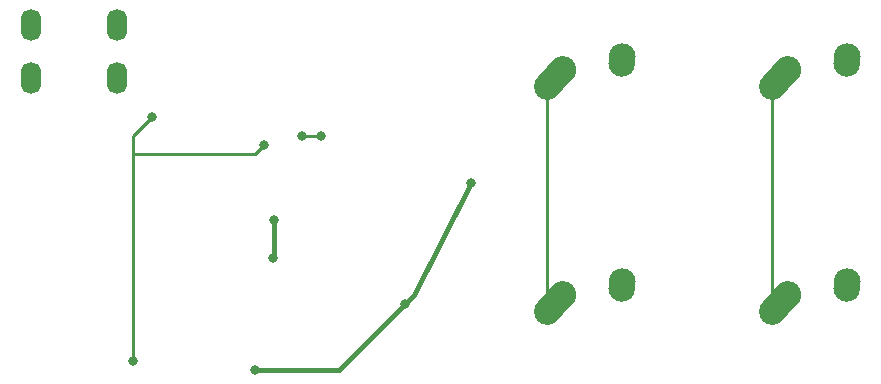
<source format=gtl>
%TF.GenerationSoftware,KiCad,Pcbnew,(6.0.5)*%
%TF.CreationDate,2022-05-13T23:52:20-07:00*%
%TF.ProjectId,keyboard-pcb-tutorial,6b657962-6f61-4726-942d-7063622d7475,rev?*%
%TF.SameCoordinates,Original*%
%TF.FileFunction,Copper,L1,Top*%
%TF.FilePolarity,Positive*%
%FSLAX46Y46*%
G04 Gerber Fmt 4.6, Leading zero omitted, Abs format (unit mm)*
G04 Created by KiCad (PCBNEW (6.0.5)) date 2022-05-13 23:52:20*
%MOMM*%
%LPD*%
G01*
G04 APERTURE LIST*
G04 Aperture macros list*
%AMHorizOval*
0 Thick line with rounded ends*
0 $1 width*
0 $2 $3 position (X,Y) of the first rounded end (center of the circle)*
0 $4 $5 position (X,Y) of the second rounded end (center of the circle)*
0 Add line between two ends*
20,1,$1,$2,$3,$4,$5,0*
0 Add two circle primitives to create the rounded ends*
1,1,$1,$2,$3*
1,1,$1,$4,$5*%
G04 Aperture macros list end*
%TA.AperFunction,ComponentPad*%
%ADD10C,2.250000*%
%TD*%
%TA.AperFunction,ComponentPad*%
%ADD11HorizOval,2.250000X0.655001X0.730000X-0.655001X-0.730000X0*%
%TD*%
%TA.AperFunction,ComponentPad*%
%ADD12HorizOval,2.250000X0.020000X0.290000X-0.020000X-0.290000X0*%
%TD*%
%TA.AperFunction,ComponentPad*%
%ADD13O,1.700000X2.700000*%
%TD*%
%TA.AperFunction,ViaPad*%
%ADD14C,0.800000*%
%TD*%
%TA.AperFunction,Conductor*%
%ADD15C,0.381000*%
%TD*%
%TA.AperFunction,Conductor*%
%ADD16C,0.254000*%
%TD*%
G04 APERTURE END LIST*
D10*
%TO.P,MX4,1,COL*%
%TO.N,COL1*%
X126881250Y-111887500D03*
D11*
X126226251Y-112617500D03*
D10*
%TO.P,MX4,2,ROW*%
%TO.N,Net-(D4-Pad2)*%
X131921250Y-110807500D03*
D12*
X131901250Y-111097500D03*
%TD*%
D11*
%TO.P,MX3,1,COL*%
%TO.N,COL1*%
X126226251Y-93567500D03*
D10*
X126881250Y-92837500D03*
%TO.P,MX3,2,ROW*%
%TO.N,Net-(D3-Pad2)*%
X131921250Y-91757500D03*
D12*
X131901250Y-92047500D03*
%TD*%
D10*
%TO.P,MX1,1,COL*%
%TO.N,COL0*%
X107831250Y-92837500D03*
D11*
X107176251Y-93567500D03*
D12*
%TO.P,MX1,2,ROW*%
%TO.N,Net-(D1-Pad2)*%
X112851250Y-92047500D03*
D10*
X112871250Y-91757500D03*
%TD*%
%TO.P,MX2,1,COL*%
%TO.N,COL0*%
X107831250Y-111887500D03*
D11*
X107176251Y-112617500D03*
D10*
%TO.P,MX2,2,ROW*%
%TO.N,Net-(D2-Pad2)*%
X112871250Y-110807500D03*
D12*
X112851250Y-111097500D03*
%TD*%
D13*
%TO.P,USB1,6,SHIELD*%
%TO.N,unconnected-(USB1-Pad6)*%
X62802750Y-89027000D03*
X70102750Y-93527000D03*
X70102750Y-89027000D03*
X62802750Y-93527000D03*
%TD*%
D14*
%TO.N,+5V*%
X81756250Y-118268750D03*
X83322500Y-108743750D03*
X100012500Y-102393750D03*
X83343750Y-105568750D03*
X94456250Y-112712500D03*
%TO.N,Net-(C2-Pad2)*%
X85725000Y-98425000D03*
X87312500Y-98425000D03*
%TO.N,Net-(R3-Pad2)*%
X71437500Y-117475000D03*
X82550000Y-99218750D03*
X73025000Y-96837500D03*
%TD*%
D15*
%TO.N,+5V*%
X88900000Y-118268750D02*
X94456250Y-112712500D01*
X83322500Y-108743750D02*
X83343750Y-108722500D01*
X83343750Y-108722500D02*
X83343750Y-105568750D01*
X81756250Y-118268750D02*
X88900000Y-118268750D01*
X95250000Y-111918750D02*
X94456250Y-112712500D01*
X100012500Y-102393750D02*
X95250000Y-111918750D01*
D16*
%TO.N,Net-(C2-Pad2)*%
X85725000Y-98425000D02*
X87312500Y-98425000D01*
%TO.N,COL0*%
X106521250Y-94297500D02*
X106521250Y-113347500D01*
%TO.N,COL1*%
X125571250Y-94297500D02*
X125571250Y-113347500D01*
%TO.N,Net-(R3-Pad2)*%
X71437500Y-98425000D02*
X73025000Y-96837500D01*
X81756250Y-100012500D02*
X71437500Y-100012500D01*
X71437500Y-117475000D02*
X71437500Y-100012500D01*
X82550000Y-99218750D02*
X81756250Y-100012500D01*
X71437500Y-100012500D02*
X71437500Y-98425000D01*
%TD*%
M02*

</source>
